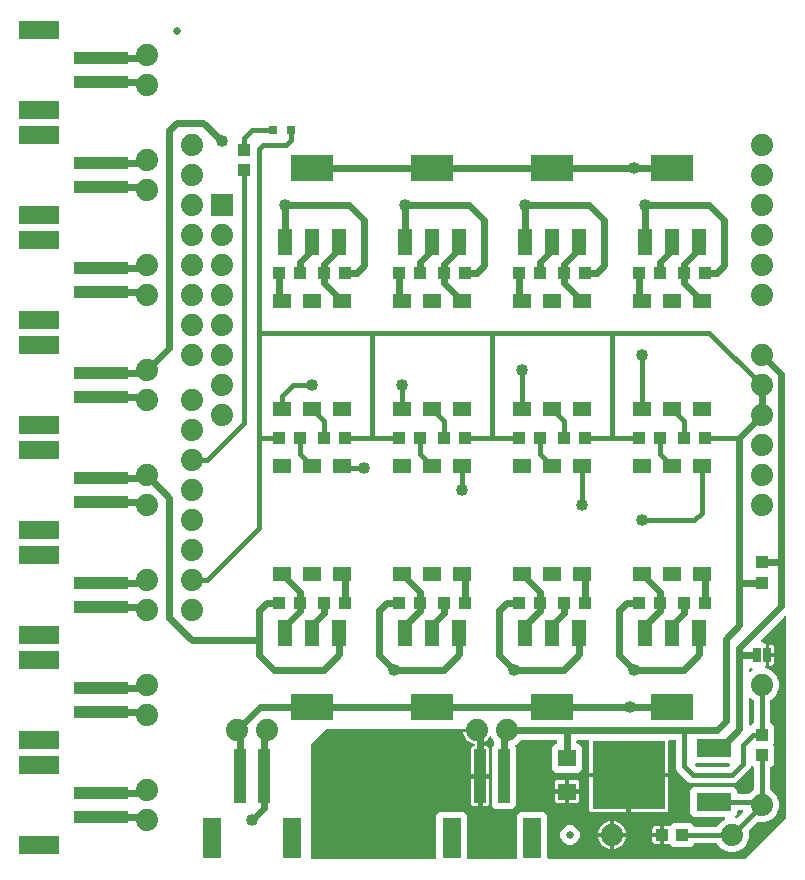
<source format=gbr>
G04 EAGLE Gerber RS-274X export*
G75*
%MOMM*%
%FSLAX34Y34*%
%LPD*%
%INTop Copper*%
%IPPOS*%
%AMOC8*
5,1,8,0,0,1.08239X$1,22.5*%
G01*
%ADD10R,1.000000X1.100000*%
%ADD11R,1.600000X1.400000*%
%ADD12R,0.800000X0.800000*%
%ADD13R,1.100000X1.000000*%
%ADD14R,4.600000X1.000000*%
%ADD15R,3.400000X1.600000*%
%ADD16R,1.000000X4.600000*%
%ADD17R,1.600000X3.400000*%
%ADD18C,1.879600*%
%ADD19R,1.524000X1.270000*%
%ADD20R,3.000000X1.600000*%
%ADD21R,6.200000X5.800000*%
%ADD22R,0.635000X1.270000*%
%ADD23R,1.879600X1.879600*%
%ADD24R,1.219200X2.235200*%
%ADD25R,3.600000X2.200000*%
%ADD26C,0.635000*%
%ADD27C,0.406400*%
%ADD28C,0.609600*%
%ADD29C,1.016000*%

G36*
X358442Y5089D02*
X358442Y5089D01*
X358500Y5087D01*
X358582Y5109D01*
X358666Y5121D01*
X358719Y5144D01*
X358775Y5159D01*
X358848Y5202D01*
X358925Y5237D01*
X358970Y5275D01*
X359020Y5304D01*
X359078Y5366D01*
X359142Y5420D01*
X359174Y5469D01*
X359214Y5512D01*
X359253Y5587D01*
X359300Y5657D01*
X359317Y5713D01*
X359344Y5765D01*
X359355Y5833D01*
X359385Y5928D01*
X359388Y6028D01*
X359399Y6096D01*
X359399Y42171D01*
X362329Y45101D01*
X382471Y45101D01*
X385401Y42171D01*
X385401Y6096D01*
X385409Y6038D01*
X385407Y5980D01*
X385429Y5898D01*
X385441Y5814D01*
X385464Y5761D01*
X385479Y5705D01*
X385522Y5632D01*
X385557Y5555D01*
X385595Y5510D01*
X385624Y5460D01*
X385686Y5402D01*
X385740Y5338D01*
X385789Y5306D01*
X385832Y5266D01*
X385907Y5227D01*
X385977Y5180D01*
X386033Y5163D01*
X386085Y5136D01*
X386153Y5125D01*
X386248Y5095D01*
X386348Y5092D01*
X386416Y5081D01*
X426384Y5081D01*
X426442Y5089D01*
X426500Y5087D01*
X426582Y5109D01*
X426666Y5121D01*
X426719Y5144D01*
X426775Y5159D01*
X426848Y5202D01*
X426925Y5237D01*
X426970Y5275D01*
X427020Y5304D01*
X427078Y5366D01*
X427142Y5420D01*
X427174Y5469D01*
X427214Y5512D01*
X427253Y5587D01*
X427300Y5657D01*
X427317Y5713D01*
X427344Y5765D01*
X427355Y5833D01*
X427385Y5928D01*
X427388Y6028D01*
X427399Y6096D01*
X427399Y42171D01*
X430329Y45101D01*
X450471Y45101D01*
X453401Y42171D01*
X453401Y6096D01*
X453409Y6038D01*
X453407Y5980D01*
X453429Y5898D01*
X453441Y5814D01*
X453464Y5761D01*
X453479Y5705D01*
X453522Y5632D01*
X453557Y5555D01*
X453595Y5510D01*
X453624Y5460D01*
X453686Y5402D01*
X453740Y5338D01*
X453789Y5306D01*
X453832Y5266D01*
X453907Y5227D01*
X453977Y5180D01*
X454033Y5163D01*
X454085Y5136D01*
X454153Y5125D01*
X454248Y5095D01*
X454348Y5092D01*
X454416Y5081D01*
X619775Y5081D01*
X619862Y5093D01*
X619949Y5096D01*
X620002Y5113D01*
X620056Y5121D01*
X620136Y5156D01*
X620219Y5183D01*
X620259Y5211D01*
X620316Y5237D01*
X620429Y5333D01*
X620493Y5378D01*
X655022Y39907D01*
X655036Y39926D01*
X655051Y39939D01*
X655082Y39985D01*
X655134Y40041D01*
X655160Y40090D01*
X655193Y40134D01*
X655208Y40174D01*
X655209Y40176D01*
X655211Y40182D01*
X655224Y40216D01*
X655264Y40294D01*
X655272Y40342D01*
X655294Y40400D01*
X655306Y40548D01*
X655319Y40625D01*
X655319Y209686D01*
X655315Y209715D01*
X655318Y209744D01*
X655295Y209855D01*
X655279Y209967D01*
X655267Y209994D01*
X655262Y210023D01*
X655210Y210123D01*
X655163Y210227D01*
X655144Y210249D01*
X655131Y210275D01*
X655053Y210357D01*
X654980Y210444D01*
X654955Y210460D01*
X654935Y210481D01*
X654837Y210538D01*
X654743Y210601D01*
X654715Y210610D01*
X654690Y210625D01*
X654580Y210653D01*
X654472Y210687D01*
X654442Y210688D01*
X654414Y210695D01*
X654301Y210691D01*
X654188Y210694D01*
X654159Y210687D01*
X654130Y210686D01*
X654022Y210651D01*
X653913Y210622D01*
X653887Y210607D01*
X653859Y210598D01*
X653796Y210553D01*
X653668Y210477D01*
X653625Y210431D01*
X653586Y210404D01*
X634066Y190884D01*
X634049Y190860D01*
X634026Y190841D01*
X633964Y190747D01*
X633896Y190657D01*
X633885Y190629D01*
X633869Y190605D01*
X633835Y190497D01*
X633794Y190391D01*
X633792Y190362D01*
X633783Y190334D01*
X633780Y190220D01*
X633771Y190108D01*
X633777Y190079D01*
X633776Y190050D01*
X633804Y189940D01*
X633827Y189829D01*
X633840Y189803D01*
X633848Y189775D01*
X633905Y189677D01*
X633958Y189577D01*
X633978Y189555D01*
X633993Y189530D01*
X634075Y189453D01*
X634153Y189371D01*
X634179Y189356D01*
X634200Y189336D01*
X634301Y189284D01*
X634399Y189227D01*
X634427Y189220D01*
X634453Y189206D01*
X634531Y189193D01*
X634674Y189157D01*
X634737Y189159D01*
X634784Y189151D01*
X635746Y189151D01*
X637909Y186988D01*
X637979Y186936D01*
X638043Y186876D01*
X638072Y186861D01*
X638165Y186750D01*
X638211Y186687D01*
X638676Y186221D01*
X638676Y178372D01*
X638684Y178314D01*
X638682Y178255D01*
X638704Y178174D01*
X638716Y178090D01*
X638739Y178037D01*
X638754Y177980D01*
X638797Y177908D01*
X638832Y177831D01*
X638856Y177803D01*
X638822Y177737D01*
X638775Y177667D01*
X638758Y177611D01*
X638731Y177559D01*
X638720Y177491D01*
X638690Y177396D01*
X638687Y177296D01*
X638676Y177228D01*
X638676Y169379D01*
X638211Y168913D01*
X638158Y168844D01*
X638098Y168780D01*
X638083Y168751D01*
X637973Y168657D01*
X637909Y168612D01*
X637688Y168391D01*
X637619Y168299D01*
X637545Y168211D01*
X637534Y168186D01*
X637517Y168164D01*
X637476Y168057D01*
X637430Y167952D01*
X637426Y167924D01*
X637416Y167898D01*
X637407Y167784D01*
X637391Y167670D01*
X637395Y167643D01*
X637392Y167615D01*
X637415Y167502D01*
X637431Y167389D01*
X637443Y167363D01*
X637448Y167336D01*
X637501Y167234D01*
X637549Y167130D01*
X637566Y167109D01*
X637579Y167084D01*
X637658Y167001D01*
X637733Y166913D01*
X637754Y166900D01*
X637775Y166878D01*
X638005Y166743D01*
X638018Y166735D01*
X643156Y164607D01*
X647207Y160556D01*
X649399Y155264D01*
X649399Y149536D01*
X647207Y144244D01*
X643156Y140193D01*
X642659Y139988D01*
X642658Y139987D01*
X642657Y139986D01*
X642540Y139917D01*
X642415Y139843D01*
X642413Y139842D01*
X642412Y139841D01*
X642317Y139740D01*
X642219Y139636D01*
X642219Y139635D01*
X642218Y139634D01*
X642153Y139507D01*
X642089Y139384D01*
X642089Y139382D01*
X642088Y139381D01*
X642086Y139366D01*
X642034Y139105D01*
X642037Y139074D01*
X642033Y139050D01*
X642033Y121060D01*
X642045Y120973D01*
X642048Y120886D01*
X642065Y120833D01*
X642073Y120778D01*
X642108Y120699D01*
X642135Y120615D01*
X642163Y120576D01*
X642189Y120519D01*
X642285Y120406D01*
X642330Y120342D01*
X645001Y117671D01*
X645001Y102529D01*
X644790Y102318D01*
X644755Y102271D01*
X644712Y102231D01*
X644670Y102158D01*
X644619Y102091D01*
X644598Y102036D01*
X644569Y101986D01*
X644548Y101904D01*
X644518Y101825D01*
X644513Y101767D01*
X644499Y101710D01*
X644501Y101626D01*
X644494Y101542D01*
X644506Y101484D01*
X644508Y101426D01*
X644534Y101346D01*
X644550Y101263D01*
X644577Y101211D01*
X644595Y101155D01*
X644635Y101099D01*
X644681Y101011D01*
X644750Y100938D01*
X644790Y100882D01*
X645001Y100671D01*
X645001Y85529D01*
X642330Y82858D01*
X642278Y82788D01*
X642218Y82724D01*
X642192Y82675D01*
X642159Y82631D01*
X642128Y82549D01*
X642088Y82471D01*
X642080Y82424D01*
X642058Y82365D01*
X642046Y82217D01*
X642033Y82140D01*
X642033Y64150D01*
X642033Y64149D01*
X642033Y64147D01*
X642053Y64005D01*
X642073Y63869D01*
X642073Y63867D01*
X642073Y63866D01*
X642132Y63736D01*
X642189Y63609D01*
X642190Y63608D01*
X642191Y63607D01*
X642284Y63497D01*
X642372Y63392D01*
X642374Y63392D01*
X642375Y63390D01*
X642387Y63383D01*
X642609Y63235D01*
X642638Y63226D01*
X642659Y63212D01*
X643156Y63007D01*
X647207Y58956D01*
X649399Y53664D01*
X649399Y47936D01*
X647207Y42644D01*
X643156Y38593D01*
X637864Y36401D01*
X632136Y36401D01*
X631639Y36607D01*
X631638Y36607D01*
X631636Y36608D01*
X631504Y36642D01*
X631364Y36678D01*
X631362Y36678D01*
X631361Y36678D01*
X631220Y36674D01*
X631080Y36670D01*
X631078Y36669D01*
X631077Y36669D01*
X630941Y36625D01*
X630809Y36583D01*
X630808Y36582D01*
X630806Y36582D01*
X630794Y36573D01*
X630573Y36425D01*
X630553Y36401D01*
X630533Y36387D01*
X626141Y31995D01*
X624013Y29867D01*
X624012Y29866D01*
X624011Y29865D01*
X623926Y29752D01*
X623842Y29640D01*
X623842Y29639D01*
X623841Y29637D01*
X623789Y29501D01*
X623741Y29374D01*
X623741Y29373D01*
X623740Y29371D01*
X623729Y29233D01*
X623717Y29091D01*
X623718Y29090D01*
X623718Y29088D01*
X623721Y29073D01*
X623773Y28812D01*
X623787Y28785D01*
X623793Y28761D01*
X623999Y28264D01*
X623999Y22536D01*
X621807Y17244D01*
X617756Y13193D01*
X612464Y11001D01*
X606736Y11001D01*
X601444Y13193D01*
X597393Y17244D01*
X597188Y17741D01*
X597187Y17742D01*
X597186Y17743D01*
X597120Y17855D01*
X597043Y17985D01*
X597042Y17987D01*
X597041Y17988D01*
X596940Y18083D01*
X596836Y18181D01*
X596835Y18181D01*
X596834Y18182D01*
X596708Y18247D01*
X596584Y18311D01*
X596582Y18311D01*
X596581Y18312D01*
X596566Y18314D01*
X596305Y18366D01*
X596274Y18363D01*
X596250Y18367D01*
X578260Y18367D01*
X578173Y18355D01*
X578086Y18352D01*
X578033Y18335D01*
X577978Y18327D01*
X577899Y18292D01*
X577815Y18265D01*
X577776Y18237D01*
X577719Y18211D01*
X577606Y18115D01*
X577542Y18070D01*
X574871Y15399D01*
X559729Y15399D01*
X557443Y17684D01*
X557381Y17731D01*
X557326Y17786D01*
X557268Y17816D01*
X557216Y17855D01*
X557144Y17883D01*
X557075Y17920D01*
X557011Y17933D01*
X556951Y17957D01*
X556873Y17963D01*
X556797Y17979D01*
X556741Y17974D01*
X556667Y17980D01*
X556540Y17955D01*
X556463Y17947D01*
X556134Y17859D01*
X552331Y17859D01*
X552331Y24384D01*
X552323Y24440D01*
X552324Y24487D01*
X552324Y24488D01*
X552324Y24500D01*
X552303Y24582D01*
X552291Y24665D01*
X552267Y24719D01*
X552253Y24775D01*
X552210Y24848D01*
X552175Y24925D01*
X552137Y24969D01*
X552107Y25020D01*
X552046Y25077D01*
X551991Y25142D01*
X551943Y25174D01*
X551900Y25214D01*
X551825Y25253D01*
X551755Y25299D01*
X551699Y25317D01*
X551647Y25344D01*
X551579Y25355D01*
X551484Y25385D01*
X551384Y25388D01*
X551316Y25399D01*
X550299Y25399D01*
X550299Y25401D01*
X551316Y25401D01*
X551374Y25409D01*
X551432Y25408D01*
X551514Y25429D01*
X551597Y25441D01*
X551651Y25465D01*
X551707Y25479D01*
X551780Y25522D01*
X551857Y25557D01*
X551901Y25595D01*
X551952Y25625D01*
X552009Y25686D01*
X552074Y25741D01*
X552106Y25789D01*
X552146Y25832D01*
X552185Y25907D01*
X552231Y25977D01*
X552249Y26033D01*
X552276Y26085D01*
X552287Y26153D01*
X552317Y26248D01*
X552320Y26348D01*
X552331Y26416D01*
X552331Y32941D01*
X556134Y32941D01*
X556463Y32853D01*
X556540Y32843D01*
X556615Y32824D01*
X556680Y32826D01*
X556745Y32818D01*
X556822Y32831D01*
X556900Y32833D01*
X556961Y32853D01*
X557026Y32864D01*
X557096Y32897D01*
X557170Y32921D01*
X557215Y32953D01*
X557283Y32985D01*
X557380Y33070D01*
X557443Y33116D01*
X559729Y35401D01*
X574871Y35401D01*
X577542Y32730D01*
X577612Y32678D01*
X577676Y32618D01*
X577725Y32592D01*
X577769Y32559D01*
X577851Y32528D01*
X577929Y32488D01*
X577976Y32480D01*
X578035Y32458D01*
X578183Y32446D01*
X578260Y32433D01*
X596250Y32433D01*
X596251Y32433D01*
X596253Y32433D01*
X596393Y32453D01*
X596531Y32473D01*
X596533Y32473D01*
X596534Y32473D01*
X596664Y32532D01*
X596791Y32589D01*
X596792Y32590D01*
X596793Y32591D01*
X596900Y32681D01*
X597008Y32772D01*
X597008Y32774D01*
X597010Y32775D01*
X597017Y32787D01*
X597165Y33009D01*
X597174Y33038D01*
X597188Y33059D01*
X597393Y33556D01*
X601444Y37607D01*
X603470Y38446D01*
X603544Y38490D01*
X603623Y38525D01*
X603666Y38562D01*
X603715Y38591D01*
X603774Y38653D01*
X603840Y38709D01*
X603871Y38756D01*
X603910Y38797D01*
X603950Y38874D01*
X603997Y38945D01*
X604014Y38999D01*
X604040Y39050D01*
X604057Y39134D01*
X604083Y39216D01*
X604085Y39273D01*
X604096Y39329D01*
X604088Y39414D01*
X604090Y39500D01*
X604076Y39555D01*
X604071Y39612D01*
X604040Y39693D01*
X604019Y39775D01*
X603990Y39824D01*
X603969Y39877D01*
X603917Y39946D01*
X603873Y40020D01*
X603832Y40059D01*
X603797Y40104D01*
X603729Y40156D01*
X603666Y40214D01*
X603615Y40240D01*
X603570Y40274D01*
X603489Y40305D01*
X603413Y40344D01*
X603364Y40352D01*
X603304Y40375D01*
X603159Y40386D01*
X603082Y40399D01*
X577029Y40399D01*
X574099Y43329D01*
X574099Y63471D01*
X577029Y66401D01*
X611171Y66401D01*
X614101Y63471D01*
X614101Y61448D01*
X614109Y61390D01*
X614107Y61332D01*
X614129Y61250D01*
X614141Y61166D01*
X614164Y61113D01*
X614179Y61057D01*
X614222Y60984D01*
X614257Y60907D01*
X614295Y60862D01*
X614324Y60812D01*
X614386Y60754D01*
X614440Y60690D01*
X614489Y60658D01*
X614532Y60618D01*
X614607Y60579D01*
X614677Y60532D01*
X614733Y60515D01*
X614785Y60488D01*
X614853Y60477D01*
X614948Y60447D01*
X615048Y60444D01*
X615116Y60433D01*
X623849Y60433D01*
X623936Y60445D01*
X624023Y60448D01*
X624076Y60465D01*
X624131Y60473D01*
X624211Y60508D01*
X624294Y60535D01*
X624333Y60563D01*
X624390Y60589D01*
X624503Y60685D01*
X624567Y60730D01*
X626844Y63007D01*
X627341Y63212D01*
X627342Y63213D01*
X627343Y63214D01*
X627460Y63283D01*
X627585Y63357D01*
X627587Y63358D01*
X627588Y63359D01*
X627683Y63460D01*
X627781Y63564D01*
X627781Y63565D01*
X627782Y63566D01*
X627847Y63692D01*
X627911Y63816D01*
X627911Y63818D01*
X627912Y63819D01*
X627914Y63834D01*
X627966Y64095D01*
X627963Y64126D01*
X627967Y64150D01*
X627967Y82140D01*
X627955Y82227D01*
X627952Y82314D01*
X627935Y82367D01*
X627927Y82422D01*
X627892Y82501D01*
X627865Y82585D01*
X627837Y82624D01*
X627811Y82681D01*
X627715Y82794D01*
X627670Y82858D01*
X627245Y83283D01*
X627154Y83352D01*
X627065Y83426D01*
X627040Y83437D01*
X627018Y83454D01*
X626911Y83495D01*
X626806Y83541D01*
X626778Y83545D01*
X626752Y83555D01*
X626638Y83564D01*
X626524Y83580D01*
X626496Y83576D01*
X626469Y83579D01*
X626356Y83556D01*
X626243Y83540D01*
X626217Y83528D01*
X626190Y83523D01*
X626088Y83470D01*
X625984Y83422D01*
X625962Y83404D01*
X625938Y83392D01*
X625855Y83313D01*
X625767Y83238D01*
X625754Y83217D01*
X625732Y83196D01*
X625597Y82966D01*
X625589Y82953D01*
X625087Y81741D01*
X613584Y70238D01*
X610999Y69167D01*
X575181Y69167D01*
X572596Y70238D01*
X570475Y72359D01*
X565119Y77715D01*
X562998Y79836D01*
X561927Y82421D01*
X561927Y105236D01*
X561919Y105294D01*
X561921Y105352D01*
X561899Y105434D01*
X561887Y105518D01*
X561864Y105571D01*
X561849Y105627D01*
X561806Y105700D01*
X561771Y105777D01*
X561733Y105822D01*
X561704Y105872D01*
X561642Y105930D01*
X561588Y105994D01*
X561539Y106026D01*
X561496Y106066D01*
X561421Y106105D01*
X561351Y106152D01*
X561295Y106169D01*
X561243Y106196D01*
X561175Y106207D01*
X561080Y106237D01*
X560980Y106240D01*
X560912Y106251D01*
X556856Y106251D01*
X556798Y106243D01*
X556740Y106245D01*
X556658Y106223D01*
X556574Y106211D01*
X556521Y106188D01*
X556465Y106173D01*
X556392Y106130D01*
X556315Y106095D01*
X556270Y106057D01*
X556220Y106028D01*
X556162Y105966D01*
X556098Y105912D01*
X556066Y105863D01*
X556026Y105820D01*
X555987Y105745D01*
X555940Y105675D01*
X555923Y105619D01*
X555896Y105567D01*
X555885Y105499D01*
X555855Y105404D01*
X555852Y105304D01*
X555841Y105236D01*
X555841Y78231D01*
X523316Y78231D01*
X523258Y78223D01*
X523200Y78224D01*
X523118Y78203D01*
X523035Y78191D01*
X522981Y78167D01*
X522925Y78153D01*
X522852Y78110D01*
X522775Y78075D01*
X522731Y78037D01*
X522680Y78007D01*
X522623Y77946D01*
X522558Y77891D01*
X522526Y77843D01*
X522486Y77800D01*
X522447Y77725D01*
X522401Y77655D01*
X522383Y77599D01*
X522356Y77547D01*
X522345Y77479D01*
X522315Y77384D01*
X522312Y77284D01*
X522301Y77216D01*
X522301Y76199D01*
X522299Y76199D01*
X522299Y77216D01*
X522292Y77266D01*
X522292Y77280D01*
X522291Y77285D01*
X522292Y77332D01*
X522271Y77414D01*
X522259Y77497D01*
X522235Y77551D01*
X522221Y77607D01*
X522178Y77680D01*
X522143Y77757D01*
X522105Y77801D01*
X522075Y77852D01*
X522014Y77909D01*
X521959Y77974D01*
X521911Y78006D01*
X521868Y78046D01*
X521793Y78085D01*
X521723Y78131D01*
X521667Y78149D01*
X521615Y78176D01*
X521547Y78187D01*
X521452Y78217D01*
X521352Y78220D01*
X521284Y78231D01*
X488759Y78231D01*
X488759Y105236D01*
X488751Y105294D01*
X488753Y105352D01*
X488731Y105434D01*
X488719Y105518D01*
X488696Y105571D01*
X488681Y105627D01*
X488638Y105700D01*
X488603Y105777D01*
X488565Y105822D01*
X488536Y105872D01*
X488474Y105930D01*
X488420Y105994D01*
X488371Y106026D01*
X488328Y106066D01*
X488253Y106105D01*
X488183Y106152D01*
X488127Y106169D01*
X488075Y106196D01*
X488007Y106207D01*
X487912Y106237D01*
X487812Y106240D01*
X487744Y106251D01*
X478964Y106251D01*
X478906Y106243D01*
X478848Y106245D01*
X478766Y106223D01*
X478682Y106211D01*
X478629Y106188D01*
X478573Y106173D01*
X478500Y106130D01*
X478423Y106095D01*
X478378Y106057D01*
X478328Y106028D01*
X478270Y105966D01*
X478206Y105912D01*
X478174Y105863D01*
X478134Y105820D01*
X478095Y105745D01*
X478048Y105675D01*
X478031Y105619D01*
X478004Y105567D01*
X477993Y105499D01*
X477963Y105404D01*
X477960Y105304D01*
X477949Y105236D01*
X477949Y103216D01*
X477957Y103158D01*
X477955Y103100D01*
X477977Y103018D01*
X477989Y102934D01*
X478012Y102881D01*
X478027Y102825D01*
X478070Y102752D01*
X478105Y102675D01*
X478143Y102630D01*
X478172Y102580D01*
X478234Y102522D01*
X478288Y102458D01*
X478337Y102426D01*
X478380Y102386D01*
X478455Y102347D01*
X478525Y102300D01*
X478581Y102283D01*
X478633Y102256D01*
X478701Y102245D01*
X478796Y102215D01*
X478896Y102212D01*
X478964Y102201D01*
X479971Y102201D01*
X482901Y99271D01*
X482901Y81129D01*
X479971Y78199D01*
X459829Y78199D01*
X456899Y81129D01*
X456899Y99271D01*
X459829Y102201D01*
X460836Y102201D01*
X460894Y102209D01*
X460952Y102207D01*
X461034Y102229D01*
X461118Y102241D01*
X461171Y102264D01*
X461227Y102279D01*
X461300Y102322D01*
X461377Y102357D01*
X461422Y102395D01*
X461472Y102424D01*
X461530Y102486D01*
X461594Y102540D01*
X461626Y102589D01*
X461666Y102632D01*
X461705Y102707D01*
X461752Y102777D01*
X461769Y102833D01*
X461796Y102885D01*
X461807Y102953D01*
X461837Y103048D01*
X461840Y103148D01*
X461851Y103216D01*
X461851Y105236D01*
X461843Y105294D01*
X461845Y105352D01*
X461823Y105434D01*
X461811Y105518D01*
X461788Y105571D01*
X461773Y105627D01*
X461730Y105700D01*
X461695Y105777D01*
X461657Y105822D01*
X461628Y105872D01*
X461566Y105930D01*
X461512Y105994D01*
X461463Y106026D01*
X461420Y106066D01*
X461345Y106105D01*
X461275Y106152D01*
X461219Y106169D01*
X461167Y106196D01*
X461099Y106207D01*
X461004Y106237D01*
X460904Y106240D01*
X460836Y106251D01*
X431835Y106251D01*
X431748Y106239D01*
X431661Y106236D01*
X431608Y106219D01*
X431553Y106211D01*
X431473Y106176D01*
X431390Y106149D01*
X431351Y106121D01*
X431294Y106095D01*
X431181Y105999D01*
X431117Y105954D01*
X427256Y102093D01*
X426696Y101861D01*
X426597Y101803D01*
X426495Y101750D01*
X426475Y101731D01*
X426451Y101717D01*
X426372Y101633D01*
X426289Y101554D01*
X426275Y101530D01*
X426256Y101510D01*
X426203Y101408D01*
X426145Y101309D01*
X426139Y101282D01*
X426126Y101257D01*
X426104Y101145D01*
X426075Y101033D01*
X426076Y101006D01*
X426071Y100978D01*
X426081Y100864D01*
X426084Y100749D01*
X426093Y100723D01*
X426095Y100695D01*
X426137Y100588D01*
X426172Y100479D01*
X426186Y100458D01*
X426197Y100430D01*
X426358Y100217D01*
X426367Y100205D01*
X426401Y100171D01*
X426401Y50029D01*
X423471Y47099D01*
X409329Y47099D01*
X406399Y50029D01*
X406399Y100171D01*
X408054Y101826D01*
X408073Y101852D01*
X408094Y101869D01*
X408124Y101915D01*
X408166Y101960D01*
X408192Y102009D01*
X408225Y102053D01*
X408236Y102082D01*
X408252Y102106D01*
X408269Y102160D01*
X408296Y102213D01*
X408304Y102260D01*
X408326Y102319D01*
X408329Y102349D01*
X408337Y102377D01*
X408340Y102476D01*
X408351Y102544D01*
X408351Y104265D01*
X408339Y104352D01*
X408336Y104439D01*
X408319Y104492D01*
X408311Y104547D01*
X408276Y104627D01*
X408249Y104710D01*
X408221Y104749D01*
X408195Y104806D01*
X408099Y104919D01*
X408054Y104983D01*
X406893Y106144D01*
X405965Y108385D01*
X405898Y108498D01*
X405834Y108613D01*
X405826Y108621D01*
X405820Y108630D01*
X405725Y108720D01*
X405631Y108813D01*
X405622Y108818D01*
X405614Y108825D01*
X405497Y108885D01*
X405381Y108948D01*
X405371Y108951D01*
X405361Y108955D01*
X405232Y108981D01*
X405103Y109009D01*
X405093Y109008D01*
X405082Y109011D01*
X404951Y108999D01*
X404820Y108991D01*
X404810Y108987D01*
X404799Y108986D01*
X404676Y108939D01*
X404552Y108894D01*
X404544Y108888D01*
X404533Y108884D01*
X404428Y108804D01*
X404322Y108727D01*
X404316Y108720D01*
X404307Y108712D01*
X404137Y108485D01*
X404131Y108469D01*
X404122Y108458D01*
X403911Y108043D01*
X402806Y106522D01*
X401478Y105194D01*
X399957Y104089D01*
X398283Y103236D01*
X396496Y102655D01*
X395225Y102454D01*
X395109Y102419D01*
X394993Y102388D01*
X394974Y102377D01*
X394953Y102371D01*
X394852Y102304D01*
X394748Y102243D01*
X394733Y102227D01*
X394715Y102215D01*
X394636Y102124D01*
X394554Y102035D01*
X394544Y102016D01*
X394530Y102000D01*
X394479Y101890D01*
X394424Y101782D01*
X394421Y101763D01*
X394411Y101742D01*
X394369Y101460D01*
X394369Y101455D01*
X394369Y101451D01*
X394369Y77131D01*
X388859Y77131D01*
X388859Y98434D01*
X389032Y99081D01*
X389367Y99660D01*
X389840Y100133D01*
X390419Y100468D01*
X391117Y100655D01*
X391184Y100683D01*
X391254Y100702D01*
X391314Y100738D01*
X391379Y100766D01*
X391435Y100812D01*
X391497Y100850D01*
X391545Y100901D01*
X391599Y100945D01*
X391641Y101005D01*
X391690Y101059D01*
X391721Y101121D01*
X391761Y101179D01*
X391785Y101248D01*
X391817Y101313D01*
X391830Y101382D01*
X391852Y101448D01*
X391856Y101521D01*
X391869Y101592D01*
X391862Y101662D01*
X391865Y101732D01*
X391848Y101803D01*
X391841Y101875D01*
X391815Y101940D01*
X391799Y102009D01*
X391763Y102072D01*
X391736Y102139D01*
X391693Y102195D01*
X391658Y102256D01*
X391606Y102306D01*
X391561Y102364D01*
X391505Y102405D01*
X391454Y102454D01*
X391390Y102489D01*
X391332Y102531D01*
X391275Y102550D01*
X391204Y102588D01*
X391085Y102614D01*
X391013Y102638D01*
X390904Y102655D01*
X389117Y103236D01*
X387443Y104089D01*
X385922Y105194D01*
X384594Y106522D01*
X383489Y108043D01*
X382636Y109717D01*
X382055Y111504D01*
X381934Y112269D01*
X392684Y112269D01*
X392742Y112277D01*
X392800Y112275D01*
X392882Y112297D01*
X392965Y112309D01*
X393019Y112333D01*
X393075Y112347D01*
X393148Y112390D01*
X393225Y112425D01*
X393269Y112463D01*
X393320Y112493D01*
X393377Y112554D01*
X393442Y112609D01*
X393474Y112657D01*
X393514Y112700D01*
X393553Y112775D01*
X393599Y112845D01*
X393617Y112901D01*
X393644Y112953D01*
X393655Y113021D01*
X393685Y113116D01*
X393688Y113216D01*
X393699Y113284D01*
X393699Y114300D01*
X393691Y114358D01*
X393692Y114416D01*
X393671Y114498D01*
X393659Y114582D01*
X393635Y114635D01*
X393621Y114691D01*
X393578Y114764D01*
X393543Y114841D01*
X393505Y114886D01*
X393475Y114936D01*
X393414Y114994D01*
X393359Y115058D01*
X393311Y115090D01*
X393268Y115130D01*
X393193Y115169D01*
X393123Y115216D01*
X393067Y115233D01*
X393015Y115260D01*
X392947Y115271D01*
X392852Y115301D01*
X392752Y115304D01*
X392684Y115315D01*
X266700Y115315D01*
X266613Y115303D01*
X266526Y115300D01*
X266473Y115283D01*
X266419Y115275D01*
X266339Y115240D01*
X266255Y115213D01*
X266216Y115185D01*
X266159Y115159D01*
X266046Y115063D01*
X265982Y115018D01*
X253282Y102318D01*
X253230Y102248D01*
X253170Y102184D01*
X253144Y102135D01*
X253111Y102091D01*
X253080Y102009D01*
X253040Y101931D01*
X253032Y101883D01*
X253010Y101825D01*
X253000Y101700D01*
X252999Y101697D01*
X252998Y101686D01*
X252998Y101677D01*
X252985Y101600D01*
X252985Y6096D01*
X252993Y6038D01*
X252991Y5980D01*
X253013Y5898D01*
X253025Y5814D01*
X253049Y5761D01*
X253063Y5705D01*
X253106Y5632D01*
X253141Y5555D01*
X253179Y5510D01*
X253209Y5460D01*
X253270Y5402D01*
X253325Y5338D01*
X253373Y5306D01*
X253416Y5266D01*
X253491Y5227D01*
X253561Y5180D01*
X253617Y5163D01*
X253669Y5136D01*
X253737Y5125D01*
X253832Y5095D01*
X253932Y5092D01*
X254000Y5081D01*
X358384Y5081D01*
X358442Y5089D01*
G37*
%LPC*%
G36*
X524331Y44659D02*
X524331Y44659D01*
X524331Y74169D01*
X555841Y74169D01*
X555841Y46866D01*
X555668Y46219D01*
X555333Y45640D01*
X554860Y45167D01*
X554281Y44832D01*
X553634Y44659D01*
X524331Y44659D01*
G37*
%LPD*%
%LPC*%
G36*
X490966Y44659D02*
X490966Y44659D01*
X490319Y44832D01*
X489740Y45167D01*
X489267Y45640D01*
X488932Y46219D01*
X488759Y46866D01*
X488759Y74169D01*
X520269Y74169D01*
X520269Y44659D01*
X490966Y44659D01*
G37*
%LPD*%
%LPC*%
G36*
X470814Y17224D02*
X470814Y17224D01*
X467809Y18469D01*
X465509Y20769D01*
X464264Y23774D01*
X464264Y27026D01*
X465509Y30031D01*
X467809Y32331D01*
X470814Y33576D01*
X474066Y33576D01*
X477071Y32331D01*
X479371Y30031D01*
X480616Y27026D01*
X480616Y23774D01*
X479371Y20769D01*
X477071Y18469D01*
X474066Y17224D01*
X470814Y17224D01*
G37*
%LPD*%
%LPC*%
G36*
X398431Y77131D02*
X398431Y77131D01*
X398431Y100641D01*
X401734Y100641D01*
X402381Y100468D01*
X402960Y100133D01*
X403433Y99660D01*
X403768Y99081D01*
X403941Y98434D01*
X403941Y77131D01*
X398431Y77131D01*
G37*
%LPD*%
%LPC*%
G36*
X398431Y49559D02*
X398431Y49559D01*
X398431Y73069D01*
X403941Y73069D01*
X403941Y51766D01*
X403768Y51119D01*
X403433Y50540D01*
X402960Y50067D01*
X402381Y49732D01*
X401734Y49559D01*
X398431Y49559D01*
G37*
%LPD*%
%LPC*%
G36*
X391066Y49559D02*
X391066Y49559D01*
X390419Y49732D01*
X389840Y50067D01*
X389367Y50540D01*
X389032Y51119D01*
X388859Y51766D01*
X388859Y73069D01*
X394369Y73069D01*
X394369Y49559D01*
X391066Y49559D01*
G37*
%LPD*%
G36*
X625017Y118116D02*
X625017Y118116D01*
X625130Y118113D01*
X625159Y118121D01*
X625188Y118122D01*
X625296Y118157D01*
X625405Y118185D01*
X625431Y118200D01*
X625459Y118209D01*
X625522Y118255D01*
X625650Y118330D01*
X625693Y118376D01*
X625732Y118404D01*
X627670Y120342D01*
X627722Y120412D01*
X627782Y120476D01*
X627808Y120525D01*
X627841Y120569D01*
X627872Y120651D01*
X627912Y120729D01*
X627920Y120776D01*
X627942Y120835D01*
X627954Y120983D01*
X627967Y121060D01*
X627967Y139050D01*
X627967Y139051D01*
X627967Y139053D01*
X627947Y139193D01*
X627927Y139331D01*
X627927Y139333D01*
X627927Y139334D01*
X627868Y139464D01*
X627811Y139591D01*
X627810Y139592D01*
X627809Y139593D01*
X627719Y139700D01*
X627628Y139808D01*
X627626Y139808D01*
X627625Y139810D01*
X627613Y139817D01*
X627391Y139965D01*
X627362Y139974D01*
X627341Y139988D01*
X626844Y140193D01*
X625732Y141305D01*
X625708Y141323D01*
X625689Y141345D01*
X625595Y141408D01*
X625505Y141476D01*
X625477Y141487D01*
X625453Y141503D01*
X625345Y141537D01*
X625239Y141577D01*
X625210Y141580D01*
X625182Y141589D01*
X625068Y141592D01*
X624956Y141601D01*
X624927Y141595D01*
X624898Y141596D01*
X624788Y141567D01*
X624677Y141545D01*
X624651Y141531D01*
X624623Y141524D01*
X624525Y141466D01*
X624425Y141414D01*
X624403Y141394D01*
X624378Y141379D01*
X624301Y141296D01*
X624219Y141218D01*
X624204Y141193D01*
X624184Y141172D01*
X624132Y141071D01*
X624075Y140973D01*
X624068Y140945D01*
X624054Y140918D01*
X624041Y140841D01*
X624005Y140697D01*
X624007Y140635D01*
X623999Y140587D01*
X623999Y119122D01*
X624003Y119093D01*
X624000Y119064D01*
X624023Y118953D01*
X624039Y118840D01*
X624051Y118814D01*
X624056Y118785D01*
X624108Y118684D01*
X624155Y118581D01*
X624174Y118559D01*
X624187Y118533D01*
X624265Y118450D01*
X624338Y118364D01*
X624363Y118348D01*
X624383Y118326D01*
X624481Y118269D01*
X624575Y118206D01*
X624603Y118197D01*
X624628Y118183D01*
X624738Y118155D01*
X624846Y118121D01*
X624876Y118120D01*
X624904Y118113D01*
X625017Y118116D01*
G37*
G36*
X606353Y83245D02*
X606353Y83245D01*
X606440Y83248D01*
X606493Y83265D01*
X606548Y83273D01*
X606628Y83308D01*
X606711Y83335D01*
X606750Y83363D01*
X606807Y83389D01*
X606920Y83485D01*
X606984Y83530D01*
X607720Y84266D01*
X607738Y84290D01*
X607760Y84309D01*
X607823Y84403D01*
X607891Y84493D01*
X607902Y84521D01*
X607918Y84545D01*
X607952Y84653D01*
X607992Y84759D01*
X607995Y84788D01*
X608004Y84816D01*
X608007Y84930D01*
X608016Y85042D01*
X608010Y85071D01*
X608011Y85100D01*
X607982Y85210D01*
X607960Y85321D01*
X607947Y85347D01*
X607939Y85375D01*
X607882Y85473D01*
X607829Y85573D01*
X607809Y85595D01*
X607794Y85620D01*
X607711Y85697D01*
X607633Y85779D01*
X607608Y85794D01*
X607587Y85814D01*
X607486Y85866D01*
X607388Y85923D01*
X607360Y85930D01*
X607334Y85944D01*
X607256Y85957D01*
X607113Y85993D01*
X607050Y85991D01*
X607002Y85999D01*
X579178Y85999D01*
X579148Y85995D01*
X579119Y85998D01*
X579008Y85975D01*
X578896Y85959D01*
X578869Y85947D01*
X578841Y85942D01*
X578740Y85890D01*
X578637Y85843D01*
X578614Y85824D01*
X578588Y85811D01*
X578506Y85733D01*
X578420Y85660D01*
X578403Y85635D01*
X578382Y85615D01*
X578325Y85517D01*
X578262Y85423D01*
X578253Y85395D01*
X578238Y85370D01*
X578211Y85260D01*
X578176Y85152D01*
X578176Y85122D01*
X578168Y85094D01*
X578172Y84981D01*
X578169Y84868D01*
X578176Y84839D01*
X578177Y84810D01*
X578212Y84702D01*
X578241Y84593D01*
X578256Y84567D01*
X578265Y84539D01*
X578310Y84476D01*
X578386Y84348D01*
X578432Y84305D01*
X578460Y84266D01*
X579196Y83530D01*
X579265Y83478D01*
X579329Y83418D01*
X579379Y83392D01*
X579423Y83359D01*
X579505Y83328D01*
X579583Y83288D01*
X579630Y83280D01*
X579689Y83258D01*
X579836Y83246D01*
X579914Y83233D01*
X606266Y83233D01*
X606353Y83245D01*
G37*
%LPC*%
G36*
X510031Y27431D02*
X510031Y27431D01*
X510031Y37166D01*
X510796Y37045D01*
X512583Y36464D01*
X514257Y35611D01*
X515778Y34506D01*
X517106Y33178D01*
X518211Y31657D01*
X519064Y29983D01*
X519645Y28196D01*
X519766Y27431D01*
X510031Y27431D01*
G37*
%LPD*%
%LPC*%
G36*
X496234Y27431D02*
X496234Y27431D01*
X496355Y28196D01*
X496936Y29983D01*
X497789Y31657D01*
X498894Y33178D01*
X500222Y34506D01*
X501743Y35611D01*
X503417Y36464D01*
X505204Y37045D01*
X505969Y37166D01*
X505969Y27431D01*
X496234Y27431D01*
G37*
%LPD*%
%LPC*%
G36*
X510031Y23369D02*
X510031Y23369D01*
X519766Y23369D01*
X519645Y22604D01*
X519064Y20817D01*
X518211Y19143D01*
X517106Y17622D01*
X515778Y16294D01*
X514257Y15189D01*
X512583Y14336D01*
X510796Y13755D01*
X510031Y13634D01*
X510031Y23369D01*
G37*
%LPD*%
%LPC*%
G36*
X505204Y13755D02*
X505204Y13755D01*
X503417Y14336D01*
X501743Y15189D01*
X500222Y16294D01*
X498894Y17622D01*
X497789Y19143D01*
X496936Y20817D01*
X496355Y22604D01*
X496234Y23369D01*
X505969Y23369D01*
X505969Y13634D01*
X505204Y13755D01*
G37*
%LPD*%
%LPC*%
G36*
X471931Y64231D02*
X471931Y64231D01*
X471931Y71741D01*
X478234Y71741D01*
X478881Y71568D01*
X479460Y71233D01*
X479933Y70760D01*
X480268Y70181D01*
X480441Y69534D01*
X480441Y64231D01*
X471931Y64231D01*
G37*
%LPD*%
%LPC*%
G36*
X459359Y64231D02*
X459359Y64231D01*
X459359Y69534D01*
X459532Y70181D01*
X459867Y70760D01*
X460340Y71233D01*
X460919Y71568D01*
X461566Y71741D01*
X467869Y71741D01*
X467869Y64231D01*
X459359Y64231D01*
G37*
%LPD*%
%LPC*%
G36*
X471931Y52659D02*
X471931Y52659D01*
X471931Y60169D01*
X480441Y60169D01*
X480441Y54866D01*
X480268Y54219D01*
X479933Y53640D01*
X479460Y53167D01*
X478881Y52832D01*
X478234Y52659D01*
X471931Y52659D01*
G37*
%LPD*%
%LPC*%
G36*
X461566Y52659D02*
X461566Y52659D01*
X460919Y52832D01*
X460340Y53167D01*
X459867Y53640D01*
X459532Y54219D01*
X459359Y54866D01*
X459359Y60169D01*
X467869Y60169D01*
X467869Y52659D01*
X461566Y52659D01*
G37*
%LPD*%
%LPC*%
G36*
X542259Y27431D02*
X542259Y27431D01*
X542259Y30734D01*
X542432Y31381D01*
X542767Y31960D01*
X543240Y32433D01*
X543819Y32768D01*
X544466Y32941D01*
X548269Y32941D01*
X548269Y27431D01*
X542259Y27431D01*
G37*
%LPD*%
%LPC*%
G36*
X544466Y17859D02*
X544466Y17859D01*
X543819Y18032D01*
X543240Y18367D01*
X542767Y18840D01*
X542432Y19419D01*
X542259Y20066D01*
X542259Y23369D01*
X548269Y23369D01*
X548269Y17859D01*
X544466Y17859D01*
G37*
%LPD*%
%LPC*%
G36*
X641087Y179387D02*
X641087Y179387D01*
X641087Y186691D01*
X643009Y186691D01*
X643656Y186518D01*
X644235Y186183D01*
X644708Y185710D01*
X645043Y185131D01*
X645216Y184484D01*
X645216Y179387D01*
X641087Y179387D01*
G37*
%LPD*%
%LPC*%
G36*
X641087Y168909D02*
X641087Y168909D01*
X641087Y176213D01*
X645216Y176213D01*
X645216Y171116D01*
X645043Y170469D01*
X644708Y169890D01*
X644235Y169417D01*
X643656Y169082D01*
X643009Y168909D01*
X641087Y168909D01*
G37*
%LPD*%
G36*
X613380Y39526D02*
X613380Y39526D01*
X613520Y39530D01*
X613522Y39531D01*
X613523Y39531D01*
X613656Y39574D01*
X613791Y39617D01*
X613792Y39618D01*
X613794Y39618D01*
X613806Y39627D01*
X614027Y39775D01*
X614047Y39799D01*
X614067Y39813D01*
X616195Y41941D01*
X618888Y44634D01*
X618906Y44658D01*
X618928Y44677D01*
X618991Y44771D01*
X619059Y44861D01*
X619070Y44889D01*
X619086Y44913D01*
X619120Y45021D01*
X619160Y45127D01*
X619163Y45156D01*
X619172Y45184D01*
X619175Y45298D01*
X619184Y45410D01*
X619178Y45439D01*
X619179Y45468D01*
X619150Y45578D01*
X619128Y45689D01*
X619115Y45715D01*
X619107Y45743D01*
X619049Y45841D01*
X618997Y45941D01*
X618977Y45963D01*
X618962Y45988D01*
X618879Y46065D01*
X618801Y46147D01*
X618776Y46162D01*
X618755Y46182D01*
X618654Y46234D01*
X618556Y46291D01*
X618528Y46298D01*
X618502Y46312D01*
X618424Y46325D01*
X618281Y46361D01*
X618218Y46359D01*
X618170Y46367D01*
X615116Y46367D01*
X615058Y46359D01*
X615000Y46361D01*
X614918Y46339D01*
X614834Y46327D01*
X614781Y46304D01*
X614725Y46289D01*
X614652Y46246D01*
X614575Y46211D01*
X614530Y46173D01*
X614480Y46144D01*
X614422Y46082D01*
X614358Y46028D01*
X614326Y45979D01*
X614286Y45936D01*
X614247Y45861D01*
X614200Y45791D01*
X614183Y45735D01*
X614156Y45683D01*
X614145Y45615D01*
X614115Y45520D01*
X614112Y45420D01*
X614101Y45352D01*
X614101Y43329D01*
X612200Y41428D01*
X612131Y41336D01*
X612057Y41248D01*
X612046Y41223D01*
X612029Y41200D01*
X611988Y41093D01*
X611941Y40988D01*
X611938Y40961D01*
X611928Y40935D01*
X611918Y40821D01*
X611902Y40707D01*
X611906Y40679D01*
X611904Y40652D01*
X611927Y40539D01*
X611943Y40425D01*
X611955Y40400D01*
X611960Y40373D01*
X612013Y40271D01*
X612060Y40166D01*
X612078Y40145D01*
X612091Y40120D01*
X612170Y40037D01*
X612244Y39950D01*
X612266Y39937D01*
X612287Y39914D01*
X612516Y39780D01*
X612529Y39772D01*
X612961Y39593D01*
X612962Y39593D01*
X612964Y39592D01*
X613093Y39559D01*
X613236Y39522D01*
X613238Y39522D01*
X613239Y39522D01*
X613380Y39526D01*
G37*
G36*
X625017Y163207D02*
X625017Y163207D01*
X625130Y163204D01*
X625159Y163211D01*
X625188Y163212D01*
X625296Y163247D01*
X625405Y163276D01*
X625431Y163291D01*
X625459Y163300D01*
X625522Y163345D01*
X625650Y163421D01*
X625693Y163467D01*
X625732Y163495D01*
X626953Y164716D01*
X626971Y164740D01*
X626993Y164759D01*
X627056Y164853D01*
X627124Y164943D01*
X627135Y164971D01*
X627151Y164995D01*
X627185Y165103D01*
X627225Y165209D01*
X627228Y165238D01*
X627237Y165266D01*
X627240Y165380D01*
X627249Y165492D01*
X627243Y165521D01*
X627244Y165550D01*
X627215Y165660D01*
X627193Y165771D01*
X627180Y165797D01*
X627172Y165825D01*
X627114Y165923D01*
X627062Y166023D01*
X627042Y166045D01*
X627027Y166070D01*
X626944Y166147D01*
X626866Y166229D01*
X626841Y166244D01*
X626820Y166264D01*
X626719Y166316D01*
X626621Y166373D01*
X626593Y166380D01*
X626566Y166394D01*
X626489Y166407D01*
X626345Y166443D01*
X626283Y166441D01*
X626235Y166449D01*
X625014Y166449D01*
X624956Y166441D01*
X624898Y166443D01*
X624816Y166421D01*
X624732Y166409D01*
X624679Y166386D01*
X624623Y166371D01*
X624550Y166328D01*
X624473Y166293D01*
X624428Y166255D01*
X624378Y166226D01*
X624320Y166164D01*
X624256Y166110D01*
X624224Y166061D01*
X624184Y166018D01*
X624145Y165943D01*
X624098Y165873D01*
X624081Y165817D01*
X624054Y165765D01*
X624043Y165697D01*
X624013Y165602D01*
X624010Y165502D01*
X623999Y165434D01*
X623999Y164213D01*
X624003Y164184D01*
X624000Y164154D01*
X624023Y164043D01*
X624039Y163931D01*
X624051Y163904D01*
X624056Y163876D01*
X624108Y163775D01*
X624155Y163672D01*
X624174Y163649D01*
X624187Y163623D01*
X624265Y163541D01*
X624338Y163455D01*
X624363Y163439D01*
X624383Y163417D01*
X624481Y163360D01*
X624575Y163297D01*
X624603Y163288D01*
X624628Y163273D01*
X624738Y163246D01*
X624846Y163211D01*
X624876Y163211D01*
X624904Y163203D01*
X625017Y163207D01*
G37*
%LPC*%
G36*
X507999Y25399D02*
X507999Y25399D01*
X507999Y25401D01*
X508001Y25401D01*
X508001Y25399D01*
X507999Y25399D01*
G37*
%LPD*%
%LPC*%
G36*
X396399Y75099D02*
X396399Y75099D01*
X396399Y75101D01*
X396401Y75101D01*
X396401Y75099D01*
X396399Y75099D01*
G37*
%LPD*%
%LPC*%
G36*
X469899Y62199D02*
X469899Y62199D01*
X469899Y62201D01*
X469901Y62201D01*
X469901Y62199D01*
X469899Y62199D01*
G37*
%LPD*%
D10*
X635000Y256150D03*
X635000Y239150D03*
D11*
X469900Y90200D03*
X469900Y62200D03*
D12*
X236100Y622300D03*
X221100Y622300D03*
D10*
X196850Y605400D03*
X196850Y588400D03*
D13*
X531250Y501650D03*
X548250Y501650D03*
D14*
X75100Y663100D03*
X75100Y683100D03*
D15*
X23100Y639100D03*
X23100Y707100D03*
D16*
X416400Y75100D03*
X396400Y75100D03*
D17*
X440400Y23100D03*
X372400Y23100D03*
D16*
X213200Y75100D03*
X193200Y75100D03*
D17*
X237200Y23100D03*
X169200Y23100D03*
D18*
X114300Y660400D03*
X114300Y685800D03*
X190500Y114300D03*
X215900Y114300D03*
X393700Y114300D03*
X419100Y114300D03*
D19*
X533400Y386080D03*
X558800Y386080D03*
X584200Y386080D03*
X584200Y477520D03*
X558800Y477520D03*
X533400Y477520D03*
D13*
X586350Y361950D03*
X569350Y361950D03*
X569350Y501650D03*
X586350Y501650D03*
X429650Y501650D03*
X446650Y501650D03*
D14*
X75100Y574200D03*
X75100Y594200D03*
D15*
X23100Y550200D03*
X23100Y618200D03*
D18*
X114300Y571500D03*
X114300Y596900D03*
D19*
X431800Y386080D03*
X457200Y386080D03*
X482600Y386080D03*
X482600Y477520D03*
X457200Y477520D03*
X431800Y477520D03*
D13*
X484750Y361950D03*
X467750Y361950D03*
X467750Y501650D03*
X484750Y501650D03*
X328050Y501650D03*
X345050Y501650D03*
D14*
X75100Y485300D03*
X75100Y505300D03*
D15*
X23100Y461300D03*
X23100Y529300D03*
D18*
X114300Y482600D03*
X114300Y508000D03*
D19*
X330200Y386080D03*
X355600Y386080D03*
X381000Y386080D03*
X381000Y477520D03*
X355600Y477520D03*
X330200Y477520D03*
D13*
X383150Y361950D03*
X366150Y361950D03*
X366150Y501650D03*
X383150Y501650D03*
X226450Y501650D03*
X243450Y501650D03*
D14*
X75100Y396400D03*
X75100Y416400D03*
D15*
X23100Y372400D03*
X23100Y440400D03*
D18*
X114300Y393700D03*
X114300Y419100D03*
D19*
X228600Y386080D03*
X254000Y386080D03*
X279400Y386080D03*
X279400Y477520D03*
X254000Y477520D03*
X228600Y477520D03*
D13*
X281550Y361950D03*
X264550Y361950D03*
X264550Y501650D03*
X281550Y501650D03*
X281550Y222250D03*
X264550Y222250D03*
D14*
X75100Y307500D03*
X75100Y327500D03*
D15*
X23100Y283500D03*
X23100Y351500D03*
D18*
X114300Y304800D03*
X114300Y330200D03*
D19*
X279400Y337820D03*
X254000Y337820D03*
X228600Y337820D03*
X228600Y246380D03*
X254000Y246380D03*
X279400Y246380D03*
D13*
X226450Y361950D03*
X243450Y361950D03*
X243450Y222250D03*
X226450Y222250D03*
X383150Y222250D03*
X366150Y222250D03*
D14*
X75100Y218600D03*
X75100Y238600D03*
D15*
X23100Y194600D03*
X23100Y262600D03*
D18*
X114300Y215900D03*
X114300Y241300D03*
D19*
X381000Y337820D03*
X355600Y337820D03*
X330200Y337820D03*
X330200Y246380D03*
X355600Y246380D03*
X381000Y246380D03*
D13*
X328050Y361950D03*
X345050Y361950D03*
X345050Y222250D03*
X328050Y222250D03*
X484750Y222250D03*
X467750Y222250D03*
D14*
X75100Y129700D03*
X75100Y149700D03*
D15*
X23100Y105700D03*
X23100Y173700D03*
D18*
X114300Y127000D03*
X114300Y152400D03*
D19*
X482600Y337820D03*
X457200Y337820D03*
X431800Y337820D03*
X431800Y246380D03*
X457200Y246380D03*
X482600Y246380D03*
D13*
X429650Y361950D03*
X446650Y361950D03*
X446650Y222250D03*
X429650Y222250D03*
X586350Y222250D03*
X569350Y222250D03*
D14*
X75100Y40800D03*
X75100Y60800D03*
D15*
X23100Y16800D03*
X23100Y84800D03*
D18*
X114300Y38100D03*
X114300Y63500D03*
D19*
X584200Y337820D03*
X558800Y337820D03*
X533400Y337820D03*
X533400Y246380D03*
X558800Y246380D03*
X584200Y246380D03*
D13*
X531250Y361950D03*
X548250Y361950D03*
X548250Y222250D03*
X531250Y222250D03*
D20*
X594100Y53400D03*
X594100Y99000D03*
D21*
X522300Y76200D03*
D10*
X635000Y110100D03*
X635000Y93100D03*
D13*
X567300Y25400D03*
X550300Y25400D03*
D18*
X635000Y304800D03*
X635000Y330200D03*
X635000Y355600D03*
X635000Y381000D03*
X635000Y406400D03*
X635000Y431800D03*
X635000Y482600D03*
X635000Y508000D03*
X635000Y533400D03*
X635000Y558800D03*
X635000Y584200D03*
X635000Y609600D03*
X152400Y609600D03*
X152400Y584200D03*
X152400Y558800D03*
X152400Y533400D03*
X152400Y508000D03*
X152400Y482600D03*
X152400Y457200D03*
X152400Y431800D03*
X152400Y393700D03*
X152400Y368300D03*
X152400Y342900D03*
X152400Y317500D03*
X152400Y292100D03*
X152400Y266700D03*
X152400Y241300D03*
X152400Y215900D03*
X635000Y152400D03*
X635000Y50800D03*
X609600Y25400D03*
X508000Y25400D03*
D22*
X630500Y177800D03*
X639500Y177800D03*
D23*
X177800Y558800D03*
D18*
X177800Y533400D03*
X177800Y508000D03*
X177800Y482600D03*
X177800Y457200D03*
X177800Y431800D03*
X177800Y406400D03*
X177800Y381000D03*
D24*
X535686Y527812D03*
X558800Y527812D03*
X581914Y527812D03*
D25*
X558800Y589790D03*
D24*
X434086Y527812D03*
X457200Y527812D03*
X480314Y527812D03*
D25*
X457200Y589790D03*
D24*
X332486Y527812D03*
X355600Y527812D03*
X378714Y527812D03*
D25*
X355600Y589790D03*
D24*
X230886Y527812D03*
X254000Y527812D03*
X277114Y527812D03*
D25*
X254000Y589790D03*
D24*
X277114Y196088D03*
X254000Y196088D03*
X230886Y196088D03*
D25*
X254000Y134110D03*
D24*
X378714Y196088D03*
X355600Y196088D03*
X332486Y196088D03*
D25*
X355600Y134110D03*
D24*
X480314Y196088D03*
X457200Y196088D03*
X434086Y196088D03*
D25*
X457200Y134110D03*
D24*
X581914Y196088D03*
X558800Y196088D03*
X535686Y196088D03*
D25*
X558800Y134110D03*
D26*
X139700Y706120D03*
X472440Y25400D03*
D27*
X304800Y450850D02*
X209550Y450850D01*
X304800Y450850D02*
X406400Y450850D01*
X508000Y450850D01*
X508000Y361950D02*
X531250Y361950D01*
X508000Y361950D02*
X508000Y450850D01*
X429650Y361950D02*
X406400Y361950D01*
X406400Y450850D01*
X328050Y361950D02*
X304800Y361950D01*
X304800Y450850D01*
X304800Y361950D02*
X281550Y361950D01*
X383150Y361950D02*
X406400Y361950D01*
X484750Y361950D02*
X508000Y361950D01*
X226450Y361950D02*
X209550Y361950D01*
X209550Y450850D01*
X508000Y450850D02*
X590550Y450850D01*
D28*
X416400Y111600D02*
X416400Y75100D01*
X416400Y111600D02*
X419100Y114300D01*
X469900Y114300D01*
X469900Y90200D01*
D27*
X568960Y83820D02*
X576580Y76200D01*
X568960Y83820D02*
X568960Y114300D01*
D28*
X469900Y114300D01*
D27*
X635000Y406400D02*
X590550Y450850D01*
D28*
X635000Y406400D02*
X635000Y381000D01*
D27*
X635000Y152400D02*
X635000Y110100D01*
X627625Y110100D02*
X619125Y101600D01*
X609600Y76200D02*
X576580Y76200D01*
X609600Y76200D02*
X619125Y85725D01*
X619125Y101600D01*
X627625Y110100D02*
X635000Y110100D01*
D28*
X596900Y114300D02*
X568960Y114300D01*
X596900Y114300D02*
X604275Y121675D01*
X604275Y191525D01*
X615950Y203200D01*
X615950Y239150D02*
X615950Y361950D01*
X635000Y381000D01*
D27*
X615950Y361950D02*
X586350Y361950D01*
D28*
X615950Y239150D02*
X635000Y239150D01*
X615950Y239150D02*
X615950Y203200D01*
D27*
X236100Y613925D02*
X236100Y622300D01*
X236100Y613925D02*
X231775Y609600D01*
X212725Y609600D01*
X209550Y606425D01*
X209550Y450850D01*
X209550Y361950D02*
X209550Y285750D01*
X165100Y241300D02*
X152400Y241300D01*
X165100Y241300D02*
X209550Y285750D01*
X196850Y605400D02*
X196850Y615950D01*
X203200Y622300D01*
X221100Y622300D01*
X533400Y431800D02*
X533400Y386080D01*
D29*
X533400Y431800D03*
D28*
X193200Y111600D02*
X193200Y75100D01*
X193200Y111600D02*
X190500Y114300D01*
X254000Y589790D02*
X355600Y589790D01*
X457200Y589790D01*
X527050Y589790D01*
X558800Y589790D01*
X355600Y134110D02*
X254000Y134110D01*
X355600Y134110D02*
X457200Y134110D01*
X522863Y134110D01*
X558800Y134110D01*
X254000Y134110D02*
X210310Y134110D01*
X190500Y114300D01*
D29*
X522863Y134110D03*
X527050Y589790D03*
D27*
X431800Y419100D02*
X431800Y386080D01*
D29*
X431800Y419100D03*
D27*
X330200Y406400D02*
X330200Y386080D01*
D29*
X330200Y406400D03*
D27*
X228600Y397420D02*
X228600Y386080D01*
X228600Y397420D02*
X237580Y406400D01*
X254000Y406400D01*
D29*
X254000Y406400D03*
D27*
X279400Y336550D02*
X298450Y336550D01*
X279400Y336550D02*
X279400Y337820D01*
D29*
X298450Y336550D03*
D27*
X381000Y337820D02*
X381000Y317500D01*
D29*
X381000Y317500D03*
D27*
X482600Y304800D02*
X482600Y337820D01*
D29*
X482600Y304800D03*
D27*
X533400Y292100D02*
X577850Y292100D01*
X584200Y298450D01*
X584200Y337820D01*
D29*
X533400Y292100D03*
D28*
X114300Y660400D02*
X111600Y663100D01*
X75100Y663100D01*
X111600Y574200D02*
X114300Y571500D01*
X111600Y574200D02*
X75100Y574200D01*
X111600Y485300D02*
X114300Y482600D01*
X111600Y485300D02*
X75100Y485300D01*
X111600Y396400D02*
X114300Y393700D01*
X111600Y396400D02*
X75100Y396400D01*
X111600Y307500D02*
X114300Y304800D01*
X111600Y307500D02*
X75100Y307500D01*
X111600Y218600D02*
X114300Y215900D01*
X111600Y218600D02*
X75100Y218600D01*
X111600Y129700D02*
X114300Y127000D01*
X111600Y129700D02*
X75100Y129700D01*
X111600Y40800D02*
X114300Y38100D01*
X111600Y40800D02*
X75100Y40800D01*
X203200Y38100D02*
X213200Y48100D01*
X213200Y75100D02*
X213200Y111600D01*
X215900Y114300D01*
X213200Y75100D02*
X213200Y48100D01*
D29*
X203200Y38100D03*
D28*
X594100Y99000D02*
X600075Y99000D01*
X605400Y99000D01*
X650875Y415925D02*
X635000Y431800D01*
X650875Y219075D02*
X615950Y184150D01*
X615950Y152400D02*
X615950Y114875D01*
X615950Y152400D02*
X615950Y177800D01*
X615950Y184150D01*
X615950Y114875D02*
X600075Y99000D01*
X635000Y256150D02*
X650875Y256150D01*
X650875Y219075D01*
X650875Y256150D02*
X650875Y415925D01*
X630500Y177800D02*
X615950Y177800D01*
X569350Y501650D02*
X569350Y509025D01*
X581914Y521589D01*
X581914Y527812D01*
X569350Y501650D02*
X569350Y492370D01*
X584200Y477520D01*
D27*
X569350Y375530D02*
X569350Y361950D01*
X569350Y375530D02*
X558800Y386080D01*
D28*
X531250Y479670D02*
X531250Y501650D01*
X531250Y479670D02*
X533400Y477520D01*
X114300Y685800D02*
X111600Y683100D01*
X75100Y683100D01*
X596900Y501650D02*
X603250Y508000D01*
X603250Y546100D01*
X590550Y558800D01*
X535686Y558800D01*
X586350Y501650D02*
X596900Y501650D01*
X535686Y527812D02*
X535686Y558800D01*
D29*
X535686Y558800D03*
D28*
X467750Y509025D02*
X467750Y501650D01*
X467750Y509025D02*
X479425Y520700D01*
X479425Y526923D01*
X467750Y501650D02*
X467750Y492370D01*
X482600Y477520D01*
X479425Y526923D02*
X480314Y527812D01*
D27*
X467750Y375530D02*
X467750Y361950D01*
X467750Y375530D02*
X457200Y386080D01*
D28*
X429650Y479670D02*
X429650Y501650D01*
X429650Y479670D02*
X431800Y477520D01*
X114300Y596900D02*
X111600Y594200D01*
X75100Y594200D01*
X495300Y501650D02*
X501650Y508000D01*
X501650Y546100D01*
X488950Y558800D01*
X434086Y558800D01*
X484750Y501650D02*
X495300Y501650D01*
X434086Y527812D02*
X434086Y558800D01*
D29*
X434086Y558800D03*
D28*
X366150Y509025D02*
X366150Y501650D01*
X366150Y509025D02*
X377825Y520700D01*
X377825Y526923D01*
X366150Y501650D02*
X366150Y492370D01*
X381000Y477520D01*
X377825Y526923D02*
X378714Y527812D01*
D27*
X366150Y375530D02*
X366150Y361950D01*
X366150Y375530D02*
X355600Y386080D01*
D28*
X328050Y479670D02*
X328050Y501650D01*
X328050Y479670D02*
X330200Y477520D01*
X114300Y508000D02*
X111600Y505300D01*
X75100Y505300D01*
X393700Y501650D02*
X400050Y508000D01*
X400050Y546100D01*
X387350Y558800D01*
X332486Y558800D01*
X383150Y501650D02*
X393700Y501650D01*
X332486Y527812D02*
X332486Y558800D01*
D29*
X332486Y558800D03*
D28*
X264550Y509025D02*
X264550Y501650D01*
X264550Y509025D02*
X276225Y520700D01*
X264550Y501650D02*
X264550Y492370D01*
X279400Y477520D01*
X276225Y520700D02*
X277114Y521589D01*
X277114Y527812D01*
D27*
X264550Y375530D02*
X264550Y361950D01*
X264550Y375530D02*
X254000Y386080D01*
D28*
X226450Y479670D02*
X226450Y501650D01*
X226450Y479670D02*
X228600Y477520D01*
X114300Y419100D02*
X111600Y416400D01*
X75100Y416400D01*
X114300Y419100D02*
X133350Y438150D01*
X292100Y501650D02*
X298450Y508000D01*
X298450Y546100D01*
X285750Y558800D01*
X230886Y558800D01*
X139700Y628650D02*
X133350Y622300D01*
X133350Y438150D01*
X281550Y501650D02*
X292100Y501650D01*
X161925Y628650D02*
X139700Y628650D01*
X161925Y628650D02*
X177800Y612775D01*
X230886Y558800D02*
X230886Y527812D01*
D29*
X177800Y612775D03*
X230886Y558800D03*
D28*
X243450Y231530D02*
X243450Y222250D01*
X243450Y231530D02*
X228600Y246380D01*
X243450Y222250D02*
X243450Y214875D01*
X230886Y202311D01*
X230886Y196088D01*
D27*
X243450Y348370D02*
X243450Y361950D01*
X243450Y348370D02*
X254000Y337820D01*
D28*
X281550Y244230D02*
X281550Y222250D01*
X281550Y244230D02*
X279400Y246380D01*
X114300Y330200D02*
X111600Y327500D01*
X75100Y327500D01*
X114300Y330200D02*
X133350Y311150D01*
X133350Y209550D01*
X152400Y190500D01*
X222250Y165100D02*
X263780Y165100D01*
X277114Y178434D01*
X209550Y177800D02*
X209550Y190500D01*
X209550Y177800D02*
X222250Y165100D01*
X209550Y215900D02*
X215900Y222250D01*
X209550Y215900D02*
X209550Y190500D01*
X152400Y190500D01*
X215900Y222250D02*
X226450Y222250D01*
X277114Y196088D02*
X277114Y178434D01*
X345050Y222250D02*
X345050Y231530D01*
X330200Y246380D01*
X345050Y222250D02*
X345050Y214875D01*
X336550Y206375D01*
X332486Y202311D01*
X332486Y196088D01*
D27*
X345050Y348370D02*
X345050Y361950D01*
X345050Y348370D02*
X355600Y337820D01*
D28*
X383150Y244230D02*
X383150Y222250D01*
X383150Y244230D02*
X381000Y246380D01*
X114300Y241300D02*
X111600Y238600D01*
X75100Y238600D01*
X323850Y165100D02*
X365380Y165100D01*
X378714Y178434D01*
X323850Y165100D02*
X311150Y177800D01*
X311150Y215900D02*
X317500Y222250D01*
X311150Y215900D02*
X311150Y177800D01*
X317500Y222250D02*
X328050Y222250D01*
X378714Y196088D02*
X378714Y178434D01*
D29*
X323850Y165100D03*
D28*
X446650Y222250D02*
X446650Y231530D01*
X431800Y246380D01*
X446650Y222250D02*
X446650Y214875D01*
X438150Y206375D01*
X434086Y202311D01*
X434086Y196088D01*
D27*
X446650Y348370D02*
X446650Y361950D01*
X446650Y348370D02*
X457200Y337820D01*
D28*
X484750Y244230D02*
X484750Y222250D01*
X484750Y244230D02*
X482600Y246380D01*
X114300Y152400D02*
X111600Y149700D01*
X75100Y149700D01*
X425450Y165100D02*
X466980Y165100D01*
X480314Y178434D01*
X425450Y165100D02*
X412750Y177800D01*
X412750Y215900D02*
X419100Y222250D01*
X412750Y215900D02*
X412750Y177800D01*
X419100Y222250D02*
X429650Y222250D01*
X480314Y196088D02*
X480314Y178434D01*
D29*
X425450Y165100D03*
D28*
X548250Y222250D02*
X548250Y231530D01*
X533400Y246380D01*
X548250Y222250D02*
X548250Y214875D01*
X539750Y206375D01*
X535686Y202311D01*
X535686Y196088D01*
D27*
X548250Y348370D02*
X548250Y361950D01*
X548250Y348370D02*
X558800Y337820D01*
D28*
X586350Y244230D02*
X586350Y222250D01*
X586350Y244230D02*
X584200Y246380D01*
X114300Y63500D02*
X111600Y60800D01*
X75100Y60800D01*
X527050Y165100D02*
X568580Y165100D01*
X581914Y178434D01*
X527050Y165100D02*
X514350Y177800D01*
X514350Y215900D02*
X520700Y222250D01*
X514350Y215900D02*
X514350Y177800D01*
X520700Y222250D02*
X531250Y222250D01*
X581914Y196088D02*
X581914Y178434D01*
D29*
X527050Y165100D03*
D28*
X396400Y111600D02*
X396400Y75100D01*
X396400Y111600D02*
X393700Y114300D01*
D29*
X508000Y63500D03*
X508000Y88900D03*
X533400Y88900D03*
X533400Y63500D03*
X520700Y76200D03*
D27*
X609600Y25400D02*
X622300Y38100D01*
X635000Y50800D01*
X609600Y25400D02*
X567300Y25400D01*
X635000Y50800D02*
X635000Y93100D01*
X632400Y53400D02*
X594100Y53400D01*
D28*
X632400Y53400D02*
X635000Y50800D01*
X548250Y501650D02*
X548250Y510150D01*
X558800Y520700D01*
X558800Y527812D01*
X446650Y510150D02*
X446650Y501650D01*
X446650Y510150D02*
X457200Y520700D01*
X457200Y527812D01*
X345050Y510150D02*
X345050Y501650D01*
X345050Y510150D02*
X352425Y517525D01*
X355600Y520700D01*
X355600Y527812D01*
X243450Y510150D02*
X243450Y501650D01*
X243450Y510150D02*
X254000Y520700D01*
X254000Y527812D01*
X264550Y222250D02*
X264550Y213750D01*
X254000Y203200D01*
X254000Y196088D01*
X366150Y213750D02*
X366150Y222250D01*
X366150Y213750D02*
X355600Y203200D01*
X355600Y196088D01*
X467750Y213750D02*
X467750Y222250D01*
X467750Y213750D02*
X457200Y203200D01*
X457200Y196088D01*
X569350Y213750D02*
X569350Y222250D01*
X569350Y213750D02*
X558800Y203200D01*
X558800Y196088D01*
D27*
X196850Y374650D02*
X196850Y588400D01*
X196850Y374650D02*
X165100Y342900D01*
X152400Y342900D01*
M02*

</source>
